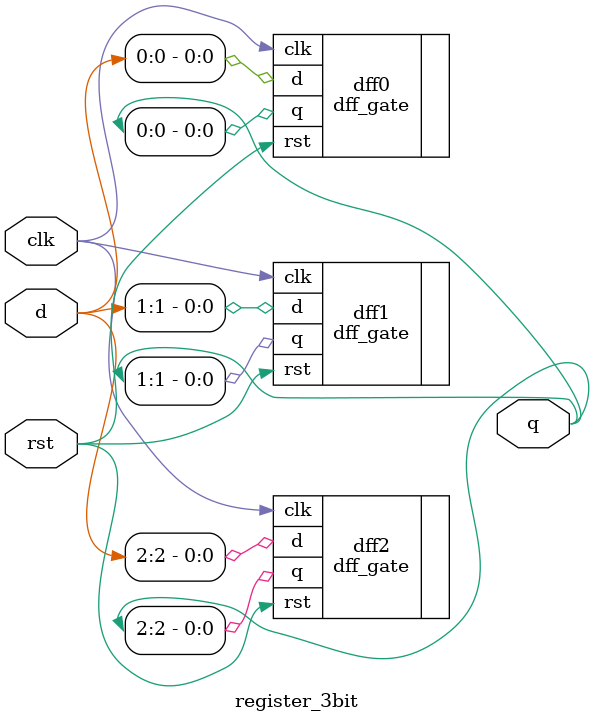
<source format=v>
module register_3bit (
    input  wire       clk,
    input  wire       rst,   
    input  wire [2:0] d,
    output wire [2:0] q
);

    dff_gate dff2 (.clk(clk), .rst(rst), .d(d[2]), .q(q[2]));
    dff_gate dff1 (.clk(clk), .rst(rst), .d(d[1]), .q(q[1]));
    dff_gate dff0 (.clk(clk), .rst(rst), .d(d[0]), .q(q[0]));

endmodule

</source>
